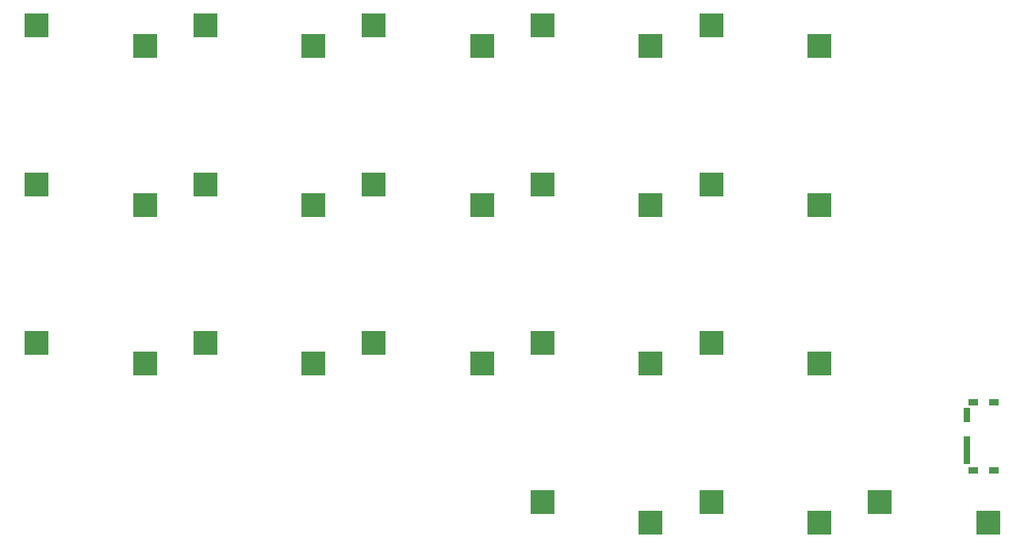
<source format=gbr>
%TF.GenerationSoftware,KiCad,Pcbnew,(6.0.7)*%
%TF.CreationDate,2022-08-24T19:26:19+02:00*%
%TF.ProjectId,leko_pona,6c656b6f-5f70-46f6-9e61-2e6b69636164,v1.0.0*%
%TF.SameCoordinates,Original*%
%TF.FileFunction,Paste,Bot*%
%TF.FilePolarity,Positive*%
%FSLAX46Y46*%
G04 Gerber Fmt 4.6, Leading zero omitted, Abs format (unit mm)*
G04 Created by KiCad (PCBNEW (6.0.7)) date 2022-08-24 19:26:19*
%MOMM*%
%LPD*%
G01*
G04 APERTURE LIST*
%ADD10R,2.600000X2.600000*%
%ADD11R,1.000000X0.800000*%
%ADD12R,0.700000X1.500000*%
G04 APERTURE END LIST*
D10*
%TO.C,S31*%
X50725000Y-11050000D03*
X62275000Y-13250000D03*
%TD*%
%TO.C,S19*%
X50725000Y5950000D03*
X62275000Y3750000D03*
%TD*%
%TO.C,S9*%
X14725000Y22950000D03*
X26275000Y20750000D03*
%TD*%
%TO.C,S11*%
X14725000Y39950000D03*
X26275000Y37750000D03*
%TD*%
%TO.C,S7*%
X14725000Y5950000D03*
X26275000Y3750000D03*
%TD*%
%TO.C,S23*%
X50725000Y39950000D03*
X62275000Y37750000D03*
%TD*%
%TO.C,S1*%
X-3275000Y5950000D03*
X8275000Y3750000D03*
%TD*%
D11*
%TO.C,*%
X98930000Y-7650000D03*
X96720000Y-350000D03*
X98930000Y-350000D03*
X96720000Y-7650000D03*
D12*
X96070000Y-1750000D03*
X96070000Y-4750000D03*
X96070000Y-6250000D03*
%TD*%
D10*
%TO.C,S33*%
X68725000Y-11050000D03*
X80275000Y-13250000D03*
%TD*%
%TO.C,S27*%
X68725000Y22950000D03*
X80275000Y20750000D03*
%TD*%
%TO.C,S15*%
X32725000Y22950000D03*
X44275000Y20750000D03*
%TD*%
%TO.C,S21*%
X50725000Y22950000D03*
X62275000Y20750000D03*
%TD*%
%TO.C,S29*%
X68725000Y39950000D03*
X80275000Y37750000D03*
%TD*%
%TO.C,S25*%
X68725000Y5950000D03*
X80275000Y3750000D03*
%TD*%
%TO.C,S17*%
X32725000Y39950000D03*
X44275000Y37750000D03*
%TD*%
%TO.C,S35*%
X86725000Y-11050000D03*
X98275000Y-13250000D03*
%TD*%
%TO.C,S13*%
X32725000Y5950000D03*
X44275000Y3750000D03*
%TD*%
%TO.C,S3*%
X-3275000Y22950000D03*
X8275000Y20750000D03*
%TD*%
%TO.C,S5*%
X-3275000Y39950000D03*
X8275000Y37750000D03*
%TD*%
M02*

</source>
